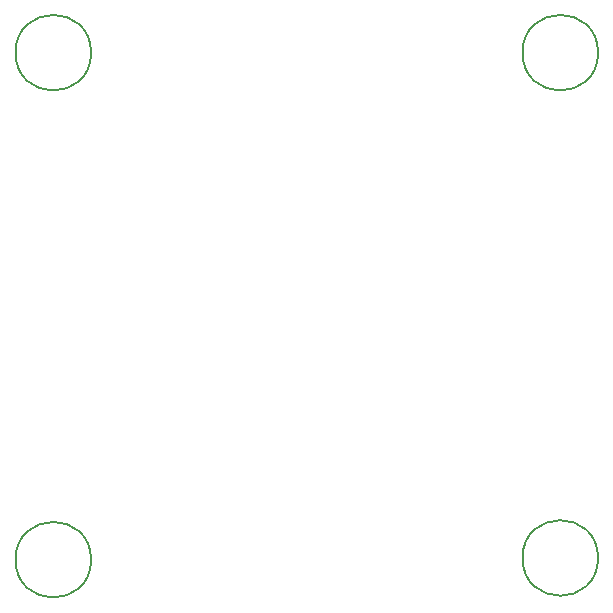
<source format=gbr>
%TF.GenerationSoftware,KiCad,Pcbnew,8.0.1*%
%TF.CreationDate,2024-04-17T00:31:54+12:00*%
%TF.ProjectId,50x50 2 Layer,35307835-3020-4322-904c-617965722e6b,B*%
%TF.SameCoordinates,Original*%
%TF.FileFunction,Other,Comment*%
%FSLAX46Y46*%
G04 Gerber Fmt 4.6, Leading zero omitted, Abs format (unit mm)*
G04 Created by KiCad (PCBNEW 8.0.1) date 2024-04-17 00:31:54*
%MOMM*%
%LPD*%
G01*
G04 APERTURE LIST*
%ADD10C,0.150000*%
G04 APERTURE END LIST*
D10*
%TO.C,H4*%
X84861000Y-40913000D02*
G75*
G02*
X78461000Y-40913000I-3200000J0D01*
G01*
X78461000Y-40913000D02*
G75*
G02*
X84861000Y-40913000I3200000J0D01*
G01*
%TO.C,H1*%
X127787000Y-40913000D02*
G75*
G02*
X121387000Y-40913000I-3200000J0D01*
G01*
X121387000Y-40913000D02*
G75*
G02*
X127787000Y-40913000I3200000J0D01*
G01*
%TO.C,H3*%
X84861000Y-83839000D02*
G75*
G02*
X78461000Y-83839000I-3200000J0D01*
G01*
X78461000Y-83839000D02*
G75*
G02*
X84861000Y-83839000I3200000J0D01*
G01*
%TO.C,H2*%
X127787000Y-83693000D02*
G75*
G02*
X121387000Y-83693000I-3200000J0D01*
G01*
X121387000Y-83693000D02*
G75*
G02*
X127787000Y-83693000I3200000J0D01*
G01*
%TD*%
M02*

</source>
